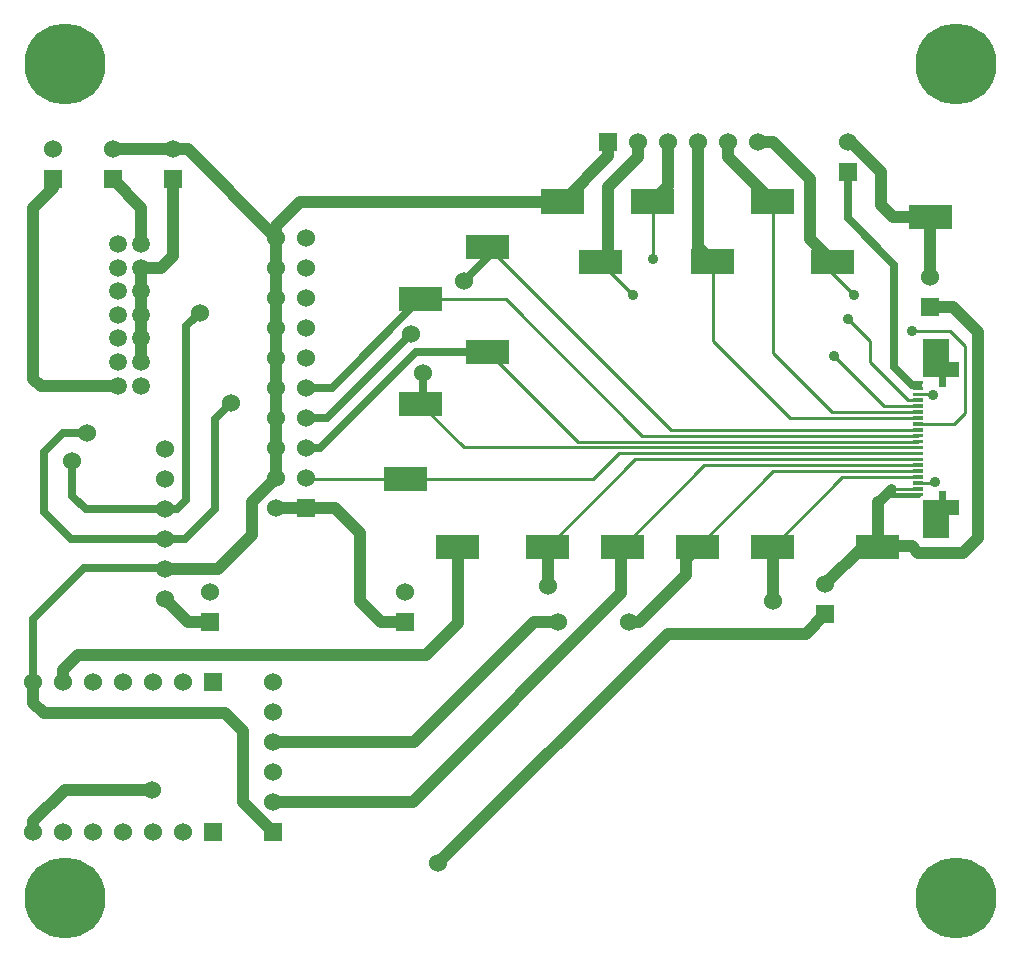
<source format=gbr>
G04 start of page 2 for group 0 idx 0 *
G04 Title: (unknown), top *
G04 Creator: pcb 20110918 *
G04 CreationDate: Thu Aug 28 18:43:41 2014 UTC *
G04 For: fosse *
G04 Format: Gerber/RS-274X *
G04 PCB-Dimensions: 348000 372000 *
G04 PCB-Coordinate-Origin: lower left *
%MOIN*%
%FSLAX25Y25*%
%LNTOP*%
%ADD30C,0.0354*%
%ADD29C,0.0420*%
%ADD28C,0.1285*%
%ADD27C,0.0380*%
%ADD26C,0.0200*%
%ADD25C,0.0360*%
%ADD24R,0.0236X0.0236*%
%ADD23R,0.0118X0.0118*%
%ADD22R,0.0807X0.0807*%
%ADD21R,0.0866X0.0866*%
%ADD20R,0.0335X0.0335*%
%ADD19C,0.0591*%
%ADD18C,0.2700*%
%ADD17C,0.0001*%
%ADD16C,0.0600*%
%ADD15C,0.0150*%
%ADD14C,0.0350*%
%ADD13C,0.0400*%
%ADD12C,0.0250*%
%ADD11C,0.0100*%
G54D11*X243102Y215142D02*X215980Y188020D01*
X314381Y217111D02*X220111D01*
X314381Y219079D02*X214579D01*
X206000Y210500D02*X111000D01*
X110500Y211000D01*
X214579Y219079D02*X206000Y210500D01*
X314381Y221048D02*X162952D01*
X220111Y217111D02*X191000Y188000D01*
X200984Y223016D02*X171000Y253000D01*
X162952Y221048D02*X148500Y235500D01*
G54D12*X147000Y253000D02*X171000D01*
X149500Y246000D02*Y236500D01*
X148500Y235500D01*
G54D13*X100500Y201000D02*X120000D01*
G54D12*X110500Y241000D02*X119040D01*
X110500Y221000D02*X115000D01*
X147000Y253000D01*
X110500Y231000D02*X117500D01*
X145500Y259000D01*
G54D13*X120000Y201000D02*X128500Y192500D01*
G54D11*X314381Y223016D02*X200984D01*
X314381Y213174D02*X266174D01*
X314381Y215142D02*X243102D01*
X289166Y211205D02*X265980Y188020D01*
X266174Y213174D02*X241000Y188000D01*
G54D13*X301000Y203000D02*Y188040D01*
X300980Y188020D01*
X296020D01*
X283500Y175500D01*
X266000Y170000D02*Y188040D01*
X267460Y189500D01*
G54D11*X314381Y226953D02*X232047D01*
X314381Y211205D02*X289166D01*
X314381Y207268D02*X305268D01*
G54D14*X301000Y203000D01*
G54D15*X314381Y205300D02*X303700D01*
G54D11*X314381Y209237D02*X317237D01*
G54D13*X301000Y188040D02*X312460D01*
X314500Y186000D01*
X329500D01*
X334500Y191000D01*
G54D11*X314737Y209237D02*X319237D01*
X314381Y238764D02*X319236D01*
X319500Y238500D01*
X314381Y228922D02*X326422D01*
X314381Y230890D02*X271610D01*
X314381Y236796D02*X311204D01*
X314381Y234827D02*X303173D01*
X311204Y236796D02*X298500Y249500D01*
Y256500D01*
X303173Y234827D02*X286500Y251500D01*
X298500Y256500D02*X291000Y264000D01*
G54D13*X334500Y191000D02*Y259500D01*
X326000Y268000D01*
X318500D01*
G54D11*X326422Y228922D02*X330000Y232500D01*
Y255000D01*
X325000Y260000D01*
X312500D01*
G54D13*X191000Y175000D02*Y188000D01*
X186500Y163000D02*X194500D01*
X231000Y159000D02*X277000D01*
X283500Y165500D01*
X218000Y163000D02*X221500D01*
X237000Y178500D01*
Y184000D01*
X241000Y188000D01*
X215500Y172500D02*Y187500D01*
X216000Y188000D01*
X55500Y249504D02*Y281000D01*
X62000D01*
X66000Y285000D01*
Y310500D01*
X55500Y288874D02*Y301000D01*
X46000Y310500D01*
Y320500D02*X71000D01*
X100500Y291000D01*
Y295000D02*X108500Y303000D01*
G54D12*X70500Y261500D02*X75000Y266000D01*
G54D13*X100500Y211000D02*Y295000D01*
X92500Y192000D02*Y203000D01*
G54D12*X70500Y203500D02*Y261500D01*
X80000Y200500D02*Y230500D01*
X85500Y236000D01*
G54D13*X26000Y310500D02*Y307500D01*
X19500Y301000D01*
Y244000D01*
X22000Y241500D01*
X47496D01*
X47626Y241630D01*
G54D12*X32500Y216500D02*Y205000D01*
X37500Y226000D02*X29500D01*
X23000Y219500D01*
G54D13*X81000Y180500D02*X92500Y192000D01*
G54D12*X67500Y200500D02*X70500Y203500D01*
X70000Y190500D02*X80000Y200500D01*
G54D13*X92500Y203000D02*X100500Y211000D01*
X128500Y192500D02*Y170000D01*
X63500Y180500D02*X81000D01*
X63500Y170500D02*X71000Y163000D01*
X78500D01*
G54D12*X63000Y181000D02*X63500Y180500D01*
G54D13*X34500Y152000D02*X150500D01*
G54D12*X32500Y205000D02*X37000Y200500D01*
X23000Y219500D02*Y199500D01*
X19500Y143000D02*Y164000D01*
G54D13*Y143000D02*Y136000D01*
X23000Y132500D01*
X19500Y93000D02*Y96500D01*
G54D12*X23000Y199500D02*X32000Y190500D01*
X19500Y164000D02*X36500Y181000D01*
G54D13*X29500Y143000D02*Y147000D01*
X34500Y152000D01*
G54D12*X37000Y200500D02*X67500D01*
X32000Y190500D02*X70000D01*
X36500Y181000D02*X63000D01*
G54D13*X23000Y132500D02*X83500D01*
X89500Y126500D01*
Y103000D01*
X19500Y96500D02*X30000Y107000D01*
X59000D01*
X89500Y103000D02*X99500Y93000D01*
X128500Y170000D02*X135500Y163000D01*
X143500D01*
X150500Y152000D02*X161000Y162500D01*
Y188000D01*
X99500Y123000D02*X146500D01*
X154500Y82500D02*X231000Y159000D01*
X146500Y123000D02*X186500Y163000D01*
X99500Y103000D02*X146000D01*
X215500Y172500D01*
X211000Y308000D02*Y285500D01*
X208500Y283000D01*
X231000Y308040D02*X225980Y303020D01*
G54D11*X226000Y284000D02*Y302500D01*
X225730Y302770D01*
X219500Y272000D02*X208500Y283000D01*
G54D13*X241000Y323000D02*Y288000D01*
X245980Y283020D01*
X278500Y290500D02*X286000Y283000D01*
G54D11*X285750Y283250D01*
X246000Y282500D02*X246250Y282750D01*
X246000Y282000D02*X246500Y282500D01*
X283500Y281500D02*Y283000D01*
G54D13*X251000Y323000D02*Y318001D01*
X291000Y323000D02*X292000D01*
X302000Y313000D01*
Y302000D01*
G54D12*X291000Y297500D02*Y313000D01*
G54D13*X251000Y318001D02*X265980Y303020D01*
X261000Y323000D02*X266000D01*
X278500Y310500D01*
Y290500D01*
G54D11*X266000Y303000D02*X265500Y303500D01*
X266000Y303000D02*X265980Y303020D01*
X314381Y232859D02*X285641D01*
X266000Y252500D01*
X271610Y230890D02*X246000Y256500D01*
G54D12*X314500Y242000D02*X312500D01*
X306500Y248000D01*
G54D11*X266000Y252500D02*Y303000D01*
X246000Y256500D02*Y282000D01*
G54D13*X302000Y302000D02*X306000Y298000D01*
X318500D01*
Y278000D01*
G54D12*X306500Y248000D02*Y282000D01*
X291000Y297500D01*
G54D11*X293000Y272000D02*X283500Y281500D01*
X232047Y226953D02*X171000Y288000D01*
X222515Y224985D02*X177000Y270500D01*
X314381Y224985D02*X222515D01*
G54D13*X211000Y323000D02*Y318040D01*
X221000Y323000D02*Y318000D01*
X211000Y308000D01*
X231000Y323000D02*Y308040D01*
X108500Y303000D02*X195960D01*
X211000Y318040D02*X195960Y303000D01*
G54D11*X177000Y270500D02*X148540D01*
X148520Y270480D01*
G54D12*X119040Y241000D02*X148520Y270480D01*
X163000Y276500D02*X172750Y286250D01*
G54D16*X110500Y241000D03*
G54D17*G36*
X315500Y271000D02*Y265000D01*
X321500D01*
Y271000D01*
X315500D01*
G37*
G54D16*X318500Y278000D03*
G54D17*G36*
X208000Y326000D02*Y320000D01*
X214000D01*
Y326000D01*
X208000D01*
G37*
G54D16*X221000Y323000D03*
X231000D03*
X241000D03*
G54D18*X327000Y349000D03*
G54D16*X251000Y323000D03*
X261000D03*
G54D17*G36*
X288000Y316000D02*Y310000D01*
X294000D01*
Y316000D01*
X288000D01*
G37*
G54D16*X291000Y323000D03*
G54D17*G36*
X280500Y168500D02*Y162500D01*
X286500D01*
Y168500D01*
X280500D01*
G37*
G54D16*X283500Y175500D03*
X110500Y221000D03*
X100500D03*
X110500Y231000D03*
X100500D03*
Y241000D03*
X110500Y251000D03*
Y261000D03*
Y271000D03*
Y281000D03*
Y291000D03*
X100500Y251000D03*
Y261000D03*
Y271000D03*
Y281000D03*
Y291000D03*
G54D17*G36*
X107500Y204000D02*Y198000D01*
X113500D01*
Y204000D01*
X107500D01*
G37*
G54D16*X100500Y201000D03*
X110500Y211000D03*
X100500D03*
G54D17*G36*
X140500Y166000D02*Y160000D01*
X146500D01*
Y166000D01*
X140500D01*
G37*
G54D16*X143500Y173000D03*
G54D17*G36*
X75500Y166000D02*Y160000D01*
X81500D01*
Y166000D01*
X75500D01*
G37*
G54D16*X78500Y173000D03*
X63500Y170500D03*
Y180500D03*
Y190500D03*
Y200500D03*
Y210500D03*
Y220500D03*
G54D19*X47626Y241630D03*
Y249504D03*
X55500Y241630D03*
Y249504D03*
X47626Y257378D03*
X55500D03*
X47626Y265252D03*
Y273126D03*
Y281000D03*
X55500Y265252D03*
Y273126D03*
Y281000D03*
Y288874D03*
G54D17*G36*
X63000Y313500D02*Y307500D01*
X69000D01*
Y313500D01*
X63000D01*
G37*
G54D16*X66000Y320500D03*
G54D19*X47626Y288874D03*
G54D17*G36*
X43000Y313500D02*Y307500D01*
X49000D01*
Y313500D01*
X43000D01*
G37*
G54D16*X46000Y320500D03*
G54D17*G36*
X23000Y313500D02*Y307500D01*
X29000D01*
Y313500D01*
X23000D01*
G37*
G54D16*X26000Y320500D03*
G54D18*X30000Y349000D03*
G54D17*G36*
X76500Y96000D02*Y90000D01*
X82500D01*
Y96000D01*
X76500D01*
G37*
G36*
Y146000D02*Y140000D01*
X82500D01*
Y146000D01*
X76500D01*
G37*
G54D16*X69500Y93000D03*
X59500D03*
X49500D03*
X39500D03*
X29500D03*
X19500D03*
G54D18*X30000Y71000D03*
G54D16*X69500Y143000D03*
X59500D03*
X49500D03*
X39500D03*
X29500D03*
X19500D03*
G54D17*G36*
X96500Y96000D02*Y90000D01*
X102500D01*
Y96000D01*
X96500D01*
G37*
G54D18*X327000Y71000D03*
G54D16*X99500Y103000D03*
Y113000D03*
Y123000D03*
Y133000D03*
Y143000D03*
G54D20*X326291Y247918D02*Y246146D01*
G54D21*X320287Y252740D02*Y248803D01*
G54D22*X167850Y253000D02*X174149D01*
X145370Y270480D02*X151669D01*
G54D23*X313397Y226953D02*X315365D01*
X313397Y228922D02*X315365D01*
X313397Y230890D02*X315365D01*
X313397Y232859D02*X315365D01*
X313397Y234827D02*X315365D01*
G54D24*X322413Y243292D02*Y242504D01*
G54D23*X313397Y236796D02*X315365D01*
X313397Y238764D02*X315365D01*
G54D22*X145350Y235500D02*X151649D01*
G54D23*X313397Y242701D02*X315365D01*
X313397Y240733D02*X315365D01*
G54D22*X315350Y298000D02*X321649D01*
X282850Y283000D02*X289149D01*
X262831Y303020D02*X269130D01*
X242831Y283020D02*X249130D01*
X222831Y303020D02*X229130D01*
X192831D02*X199130D01*
X205350Y283000D02*X211649D01*
X167850Y288000D02*X174149D01*
G54D23*X313397Y205300D02*X315365D01*
X313397Y207268D02*X315365D01*
X313397Y209237D02*X315365D01*
X313397Y217111D02*X315365D01*
X313397Y219079D02*X315365D01*
X313397Y221048D02*X315365D01*
X313397Y223016D02*X315365D01*
X313397Y224985D02*X315365D01*
X313397Y211205D02*X315365D01*
X313397Y213174D02*X315365D01*
X313397Y215142D02*X315365D01*
G54D24*X322413Y205497D02*Y204709D01*
G54D20*X326291Y201855D02*Y200083D01*
G54D21*X320288Y199197D02*Y195260D01*
G54D22*X297850Y188000D02*X304149D01*
X157850D02*X164149D01*
X187850D02*X194149D01*
X212850D02*X219149D01*
X237850D02*X244149D01*
X262850D02*X269149D01*
X140350Y210500D02*X146649D01*
G54D25*X226000Y284000D03*
X219500Y272000D03*
G54D16*X218000Y163000D03*
G54D25*X320000Y209500D03*
X319500Y238500D03*
X291000Y264000D03*
X312500Y260000D03*
X293000Y272000D03*
X286500Y251500D03*
G54D16*X266000Y170000D03*
X145500Y259000D03*
X75000Y266000D03*
X163000Y276500D03*
X191000Y175000D03*
X194500Y163000D03*
X149500Y246000D03*
X32500Y216500D03*
X37500Y226000D03*
X85500Y236000D03*
X59000Y107000D03*
X154500Y82500D03*
G54D26*G54D14*G54D26*G54D14*G54D13*G54D27*G54D28*G54D27*G54D13*G54D27*G54D29*G54D30*G54D27*G54D30*G54D27*G54D28*G54D27*G54D28*G54D27*G54D28*G54D27*M02*

</source>
